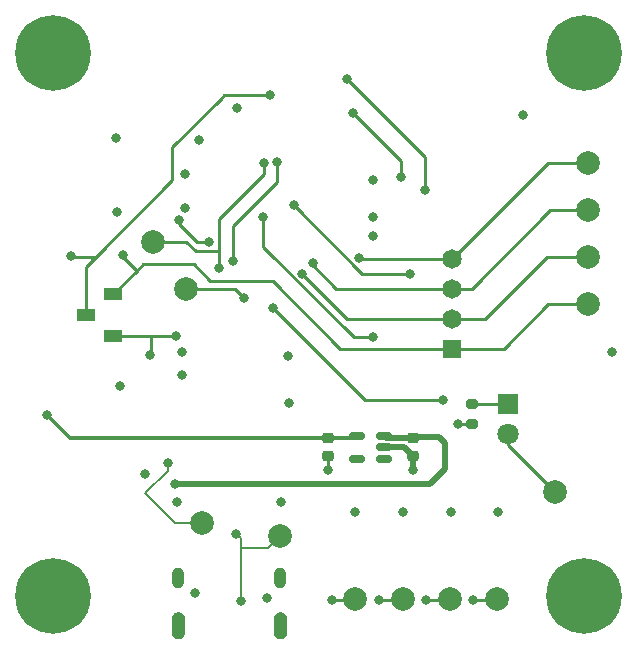
<source format=gbr>
%TF.GenerationSoftware,KiCad,Pcbnew,7.0.1*%
%TF.CreationDate,2023-07-17T15:28:08+02:00*%
%TF.ProjectId,Had_Konzole,4861645f-4b6f-46e7-9a6f-6c652e6b6963,rev?*%
%TF.SameCoordinates,Original*%
%TF.FileFunction,Copper,L4,Bot*%
%TF.FilePolarity,Positive*%
%FSLAX46Y46*%
G04 Gerber Fmt 4.6, Leading zero omitted, Abs format (unit mm)*
G04 Created by KiCad (PCBNEW 7.0.1) date 2023-07-17 15:28:08*
%MOMM*%
%LPD*%
G01*
G04 APERTURE LIST*
G04 Aperture macros list*
%AMRoundRect*
0 Rectangle with rounded corners*
0 $1 Rounding radius*
0 $2 $3 $4 $5 $6 $7 $8 $9 X,Y pos of 4 corners*
0 Add a 4 corners polygon primitive as box body*
4,1,4,$2,$3,$4,$5,$6,$7,$8,$9,$2,$3,0*
0 Add four circle primitives for the rounded corners*
1,1,$1+$1,$2,$3*
1,1,$1+$1,$4,$5*
1,1,$1+$1,$6,$7*
1,1,$1+$1,$8,$9*
0 Add four rect primitives between the rounded corners*
20,1,$1+$1,$2,$3,$4,$5,0*
20,1,$1+$1,$4,$5,$6,$7,0*
20,1,$1+$1,$6,$7,$8,$9,0*
20,1,$1+$1,$8,$9,$2,$3,0*%
G04 Aperture macros list end*
%TA.AperFunction,EtchedComponent*%
%ADD10C,0.010000*%
%TD*%
%TA.AperFunction,ComponentPad*%
%ADD11C,6.400000*%
%TD*%
%TA.AperFunction,ComponentPad*%
%ADD12C,1.000000*%
%TD*%
%TA.AperFunction,ComponentPad*%
%ADD13O,1.000000X1.800000*%
%TD*%
%TA.AperFunction,ComponentPad*%
%ADD14R,1.650000X1.650000*%
%TD*%
%TA.AperFunction,ComponentPad*%
%ADD15C,1.650000*%
%TD*%
%TA.AperFunction,SMDPad,CuDef*%
%ADD16C,2.000000*%
%TD*%
%TA.AperFunction,SMDPad,CuDef*%
%ADD17RoundRect,0.225000X-0.250000X0.225000X-0.250000X-0.225000X0.250000X-0.225000X0.250000X0.225000X0*%
%TD*%
%TA.AperFunction,ComponentPad*%
%ADD18R,1.800000X1.800000*%
%TD*%
%TA.AperFunction,ComponentPad*%
%ADD19C,1.800000*%
%TD*%
%TA.AperFunction,SMDPad,CuDef*%
%ADD20RoundRect,0.200000X-0.275000X0.200000X-0.275000X-0.200000X0.275000X-0.200000X0.275000X0.200000X0*%
%TD*%
%TA.AperFunction,SMDPad,CuDef*%
%ADD21RoundRect,0.150000X0.512500X0.150000X-0.512500X0.150000X-0.512500X-0.150000X0.512500X-0.150000X0*%
%TD*%
%TA.AperFunction,SMDPad,CuDef*%
%ADD22R,1.600000X1.000000*%
%TD*%
%TA.AperFunction,ViaPad*%
%ADD23C,0.800000*%
%TD*%
%TA.AperFunction,Conductor*%
%ADD24C,0.500000*%
%TD*%
%TA.AperFunction,Conductor*%
%ADD25C,0.250000*%
%TD*%
%TA.AperFunction,Conductor*%
%ADD26C,0.300000*%
%TD*%
%TA.AperFunction,Conductor*%
%ADD27C,0.200000*%
%TD*%
G04 APERTURE END LIST*
%TO.C,J4*%
D10*
X111206000Y-110176000D02*
X111232000Y-110178000D01*
X111258000Y-110181000D01*
X111284000Y-110186000D01*
X111309000Y-110192000D01*
X111335000Y-110199000D01*
X111359000Y-110208000D01*
X111383000Y-110218000D01*
X111407000Y-110229000D01*
X111430000Y-110242000D01*
X111452000Y-110256000D01*
X111474000Y-110270000D01*
X111495000Y-110286000D01*
X111515000Y-110303000D01*
X111534000Y-110321000D01*
X111552000Y-110340000D01*
X111569000Y-110360000D01*
X111585000Y-110381000D01*
X111599000Y-110403000D01*
X111613000Y-110425000D01*
X111626000Y-110448000D01*
X111637000Y-110472000D01*
X111647000Y-110496000D01*
X111656000Y-110520000D01*
X111663000Y-110546000D01*
X111669000Y-110571000D01*
X111674000Y-110597000D01*
X111677000Y-110623000D01*
X111679000Y-110649000D01*
X111680000Y-110675000D01*
X111680000Y-111875000D01*
X111679000Y-111901000D01*
X111677000Y-111927000D01*
X111674000Y-111953000D01*
X111669000Y-111979000D01*
X111663000Y-112004000D01*
X111656000Y-112030000D01*
X111647000Y-112054000D01*
X111637000Y-112078000D01*
X111626000Y-112102000D01*
X111613000Y-112125000D01*
X111599000Y-112147000D01*
X111585000Y-112169000D01*
X111569000Y-112190000D01*
X111552000Y-112210000D01*
X111534000Y-112229000D01*
X111515000Y-112247000D01*
X111495000Y-112264000D01*
X111474000Y-112280000D01*
X111452000Y-112294000D01*
X111430000Y-112308000D01*
X111407000Y-112321000D01*
X111383000Y-112332000D01*
X111359000Y-112342000D01*
X111335000Y-112351000D01*
X111309000Y-112358000D01*
X111284000Y-112364000D01*
X111258000Y-112369000D01*
X111232000Y-112372000D01*
X111206000Y-112374000D01*
X111180000Y-112375000D01*
X111154000Y-112374000D01*
X111128000Y-112372000D01*
X111102000Y-112369000D01*
X111076000Y-112364000D01*
X111051000Y-112358000D01*
X111025000Y-112351000D01*
X111001000Y-112342000D01*
X110977000Y-112332000D01*
X110953000Y-112321000D01*
X110930000Y-112308000D01*
X110908000Y-112294000D01*
X110886000Y-112280000D01*
X110865000Y-112264000D01*
X110845000Y-112247000D01*
X110826000Y-112229000D01*
X110808000Y-112210000D01*
X110791000Y-112190000D01*
X110775000Y-112169000D01*
X110761000Y-112147000D01*
X110747000Y-112125000D01*
X110734000Y-112102000D01*
X110723000Y-112078000D01*
X110713000Y-112054000D01*
X110704000Y-112030000D01*
X110697000Y-112004000D01*
X110691000Y-111979000D01*
X110686000Y-111953000D01*
X110683000Y-111927000D01*
X110681000Y-111901000D01*
X110680000Y-111875000D01*
X110680000Y-110675000D01*
X110681000Y-110649000D01*
X110683000Y-110623000D01*
X110686000Y-110597000D01*
X110691000Y-110571000D01*
X110697000Y-110546000D01*
X110704000Y-110520000D01*
X110713000Y-110496000D01*
X110723000Y-110472000D01*
X110734000Y-110448000D01*
X110747000Y-110425000D01*
X110761000Y-110403000D01*
X110775000Y-110381000D01*
X110791000Y-110360000D01*
X110808000Y-110340000D01*
X110826000Y-110321000D01*
X110845000Y-110303000D01*
X110865000Y-110286000D01*
X110886000Y-110270000D01*
X110908000Y-110256000D01*
X110930000Y-110242000D01*
X110953000Y-110229000D01*
X110977000Y-110218000D01*
X111001000Y-110208000D01*
X111025000Y-110199000D01*
X111051000Y-110192000D01*
X111076000Y-110186000D01*
X111102000Y-110181000D01*
X111128000Y-110178000D01*
X111154000Y-110176000D01*
X111180000Y-110175000D01*
X111206000Y-110176000D01*
%TA.AperFunction,EtchedComponent*%
G36*
X111206000Y-110176000D02*
G01*
X111232000Y-110178000D01*
X111258000Y-110181000D01*
X111284000Y-110186000D01*
X111309000Y-110192000D01*
X111335000Y-110199000D01*
X111359000Y-110208000D01*
X111383000Y-110218000D01*
X111407000Y-110229000D01*
X111430000Y-110242000D01*
X111452000Y-110256000D01*
X111474000Y-110270000D01*
X111495000Y-110286000D01*
X111515000Y-110303000D01*
X111534000Y-110321000D01*
X111552000Y-110340000D01*
X111569000Y-110360000D01*
X111585000Y-110381000D01*
X111599000Y-110403000D01*
X111613000Y-110425000D01*
X111626000Y-110448000D01*
X111637000Y-110472000D01*
X111647000Y-110496000D01*
X111656000Y-110520000D01*
X111663000Y-110546000D01*
X111669000Y-110571000D01*
X111674000Y-110597000D01*
X111677000Y-110623000D01*
X111679000Y-110649000D01*
X111680000Y-110675000D01*
X111680000Y-111875000D01*
X111679000Y-111901000D01*
X111677000Y-111927000D01*
X111674000Y-111953000D01*
X111669000Y-111979000D01*
X111663000Y-112004000D01*
X111656000Y-112030000D01*
X111647000Y-112054000D01*
X111637000Y-112078000D01*
X111626000Y-112102000D01*
X111613000Y-112125000D01*
X111599000Y-112147000D01*
X111585000Y-112169000D01*
X111569000Y-112190000D01*
X111552000Y-112210000D01*
X111534000Y-112229000D01*
X111515000Y-112247000D01*
X111495000Y-112264000D01*
X111474000Y-112280000D01*
X111452000Y-112294000D01*
X111430000Y-112308000D01*
X111407000Y-112321000D01*
X111383000Y-112332000D01*
X111359000Y-112342000D01*
X111335000Y-112351000D01*
X111309000Y-112358000D01*
X111284000Y-112364000D01*
X111258000Y-112369000D01*
X111232000Y-112372000D01*
X111206000Y-112374000D01*
X111180000Y-112375000D01*
X111154000Y-112374000D01*
X111128000Y-112372000D01*
X111102000Y-112369000D01*
X111076000Y-112364000D01*
X111051000Y-112358000D01*
X111025000Y-112351000D01*
X111001000Y-112342000D01*
X110977000Y-112332000D01*
X110953000Y-112321000D01*
X110930000Y-112308000D01*
X110908000Y-112294000D01*
X110886000Y-112280000D01*
X110865000Y-112264000D01*
X110845000Y-112247000D01*
X110826000Y-112229000D01*
X110808000Y-112210000D01*
X110791000Y-112190000D01*
X110775000Y-112169000D01*
X110761000Y-112147000D01*
X110747000Y-112125000D01*
X110734000Y-112102000D01*
X110723000Y-112078000D01*
X110713000Y-112054000D01*
X110704000Y-112030000D01*
X110697000Y-112004000D01*
X110691000Y-111979000D01*
X110686000Y-111953000D01*
X110683000Y-111927000D01*
X110681000Y-111901000D01*
X110680000Y-111875000D01*
X110680000Y-110675000D01*
X110681000Y-110649000D01*
X110683000Y-110623000D01*
X110686000Y-110597000D01*
X110691000Y-110571000D01*
X110697000Y-110546000D01*
X110704000Y-110520000D01*
X110713000Y-110496000D01*
X110723000Y-110472000D01*
X110734000Y-110448000D01*
X110747000Y-110425000D01*
X110761000Y-110403000D01*
X110775000Y-110381000D01*
X110791000Y-110360000D01*
X110808000Y-110340000D01*
X110826000Y-110321000D01*
X110845000Y-110303000D01*
X110865000Y-110286000D01*
X110886000Y-110270000D01*
X110908000Y-110256000D01*
X110930000Y-110242000D01*
X110953000Y-110229000D01*
X110977000Y-110218000D01*
X111001000Y-110208000D01*
X111025000Y-110199000D01*
X111051000Y-110192000D01*
X111076000Y-110186000D01*
X111102000Y-110181000D01*
X111128000Y-110178000D01*
X111154000Y-110176000D01*
X111180000Y-110175000D01*
X111206000Y-110176000D01*
G37*
%TD.AperFunction*%
X119846000Y-110176000D02*
X119872000Y-110178000D01*
X119898000Y-110181000D01*
X119924000Y-110186000D01*
X119949000Y-110192000D01*
X119975000Y-110199000D01*
X119999000Y-110208000D01*
X120023000Y-110218000D01*
X120047000Y-110229000D01*
X120070000Y-110242000D01*
X120092000Y-110256000D01*
X120114000Y-110270000D01*
X120135000Y-110286000D01*
X120155000Y-110303000D01*
X120174000Y-110321000D01*
X120192000Y-110340000D01*
X120209000Y-110360000D01*
X120225000Y-110381000D01*
X120239000Y-110403000D01*
X120253000Y-110425000D01*
X120266000Y-110448000D01*
X120277000Y-110472000D01*
X120287000Y-110496000D01*
X120296000Y-110520000D01*
X120303000Y-110546000D01*
X120309000Y-110571000D01*
X120314000Y-110597000D01*
X120317000Y-110623000D01*
X120319000Y-110649000D01*
X120320000Y-110675000D01*
X120320000Y-111875000D01*
X120319000Y-111901000D01*
X120317000Y-111927000D01*
X120314000Y-111953000D01*
X120309000Y-111979000D01*
X120303000Y-112004000D01*
X120296000Y-112030000D01*
X120287000Y-112054000D01*
X120277000Y-112078000D01*
X120266000Y-112102000D01*
X120253000Y-112125000D01*
X120239000Y-112147000D01*
X120225000Y-112169000D01*
X120209000Y-112190000D01*
X120192000Y-112210000D01*
X120174000Y-112229000D01*
X120155000Y-112247000D01*
X120135000Y-112264000D01*
X120114000Y-112280000D01*
X120092000Y-112294000D01*
X120070000Y-112308000D01*
X120047000Y-112321000D01*
X120023000Y-112332000D01*
X119999000Y-112342000D01*
X119975000Y-112351000D01*
X119949000Y-112358000D01*
X119924000Y-112364000D01*
X119898000Y-112369000D01*
X119872000Y-112372000D01*
X119846000Y-112374000D01*
X119820000Y-112375000D01*
X119794000Y-112374000D01*
X119768000Y-112372000D01*
X119742000Y-112369000D01*
X119716000Y-112364000D01*
X119691000Y-112358000D01*
X119665000Y-112351000D01*
X119641000Y-112342000D01*
X119617000Y-112332000D01*
X119593000Y-112321000D01*
X119570000Y-112308000D01*
X119548000Y-112294000D01*
X119526000Y-112280000D01*
X119505000Y-112264000D01*
X119485000Y-112247000D01*
X119466000Y-112229000D01*
X119448000Y-112210000D01*
X119431000Y-112190000D01*
X119415000Y-112169000D01*
X119401000Y-112147000D01*
X119387000Y-112125000D01*
X119374000Y-112102000D01*
X119363000Y-112078000D01*
X119353000Y-112054000D01*
X119344000Y-112030000D01*
X119337000Y-112004000D01*
X119331000Y-111979000D01*
X119326000Y-111953000D01*
X119323000Y-111927000D01*
X119321000Y-111901000D01*
X119320000Y-111875000D01*
X119320000Y-110675000D01*
X119321000Y-110649000D01*
X119323000Y-110623000D01*
X119326000Y-110597000D01*
X119331000Y-110571000D01*
X119337000Y-110546000D01*
X119344000Y-110520000D01*
X119353000Y-110496000D01*
X119363000Y-110472000D01*
X119374000Y-110448000D01*
X119387000Y-110425000D01*
X119401000Y-110403000D01*
X119415000Y-110381000D01*
X119431000Y-110360000D01*
X119448000Y-110340000D01*
X119466000Y-110321000D01*
X119485000Y-110303000D01*
X119505000Y-110286000D01*
X119526000Y-110270000D01*
X119548000Y-110256000D01*
X119570000Y-110242000D01*
X119593000Y-110229000D01*
X119617000Y-110218000D01*
X119641000Y-110208000D01*
X119665000Y-110199000D01*
X119691000Y-110192000D01*
X119716000Y-110186000D01*
X119742000Y-110181000D01*
X119768000Y-110178000D01*
X119794000Y-110176000D01*
X119820000Y-110175000D01*
X119846000Y-110176000D01*
%TA.AperFunction,EtchedComponent*%
G36*
X119846000Y-110176000D02*
G01*
X119872000Y-110178000D01*
X119898000Y-110181000D01*
X119924000Y-110186000D01*
X119949000Y-110192000D01*
X119975000Y-110199000D01*
X119999000Y-110208000D01*
X120023000Y-110218000D01*
X120047000Y-110229000D01*
X120070000Y-110242000D01*
X120092000Y-110256000D01*
X120114000Y-110270000D01*
X120135000Y-110286000D01*
X120155000Y-110303000D01*
X120174000Y-110321000D01*
X120192000Y-110340000D01*
X120209000Y-110360000D01*
X120225000Y-110381000D01*
X120239000Y-110403000D01*
X120253000Y-110425000D01*
X120266000Y-110448000D01*
X120277000Y-110472000D01*
X120287000Y-110496000D01*
X120296000Y-110520000D01*
X120303000Y-110546000D01*
X120309000Y-110571000D01*
X120314000Y-110597000D01*
X120317000Y-110623000D01*
X120319000Y-110649000D01*
X120320000Y-110675000D01*
X120320000Y-111875000D01*
X120319000Y-111901000D01*
X120317000Y-111927000D01*
X120314000Y-111953000D01*
X120309000Y-111979000D01*
X120303000Y-112004000D01*
X120296000Y-112030000D01*
X120287000Y-112054000D01*
X120277000Y-112078000D01*
X120266000Y-112102000D01*
X120253000Y-112125000D01*
X120239000Y-112147000D01*
X120225000Y-112169000D01*
X120209000Y-112190000D01*
X120192000Y-112210000D01*
X120174000Y-112229000D01*
X120155000Y-112247000D01*
X120135000Y-112264000D01*
X120114000Y-112280000D01*
X120092000Y-112294000D01*
X120070000Y-112308000D01*
X120047000Y-112321000D01*
X120023000Y-112332000D01*
X119999000Y-112342000D01*
X119975000Y-112351000D01*
X119949000Y-112358000D01*
X119924000Y-112364000D01*
X119898000Y-112369000D01*
X119872000Y-112372000D01*
X119846000Y-112374000D01*
X119820000Y-112375000D01*
X119794000Y-112374000D01*
X119768000Y-112372000D01*
X119742000Y-112369000D01*
X119716000Y-112364000D01*
X119691000Y-112358000D01*
X119665000Y-112351000D01*
X119641000Y-112342000D01*
X119617000Y-112332000D01*
X119593000Y-112321000D01*
X119570000Y-112308000D01*
X119548000Y-112294000D01*
X119526000Y-112280000D01*
X119505000Y-112264000D01*
X119485000Y-112247000D01*
X119466000Y-112229000D01*
X119448000Y-112210000D01*
X119431000Y-112190000D01*
X119415000Y-112169000D01*
X119401000Y-112147000D01*
X119387000Y-112125000D01*
X119374000Y-112102000D01*
X119363000Y-112078000D01*
X119353000Y-112054000D01*
X119344000Y-112030000D01*
X119337000Y-112004000D01*
X119331000Y-111979000D01*
X119326000Y-111953000D01*
X119323000Y-111927000D01*
X119321000Y-111901000D01*
X119320000Y-111875000D01*
X119320000Y-110675000D01*
X119321000Y-110649000D01*
X119323000Y-110623000D01*
X119326000Y-110597000D01*
X119331000Y-110571000D01*
X119337000Y-110546000D01*
X119344000Y-110520000D01*
X119353000Y-110496000D01*
X119363000Y-110472000D01*
X119374000Y-110448000D01*
X119387000Y-110425000D01*
X119401000Y-110403000D01*
X119415000Y-110381000D01*
X119431000Y-110360000D01*
X119448000Y-110340000D01*
X119466000Y-110321000D01*
X119485000Y-110303000D01*
X119505000Y-110286000D01*
X119526000Y-110270000D01*
X119548000Y-110256000D01*
X119570000Y-110242000D01*
X119593000Y-110229000D01*
X119617000Y-110218000D01*
X119641000Y-110208000D01*
X119665000Y-110199000D01*
X119691000Y-110192000D01*
X119716000Y-110186000D01*
X119742000Y-110181000D01*
X119768000Y-110178000D01*
X119794000Y-110176000D01*
X119820000Y-110175000D01*
X119846000Y-110176000D01*
G37*
%TD.AperFunction*%
%TD*%
D11*
%TO.P,H4,1,1*%
%TO.N,GND*%
X145600000Y-108800000D03*
%TD*%
%TO.P,H1,1,1*%
%TO.N,GND*%
X100600000Y-62800000D03*
%TD*%
%TO.P,H2,1,1*%
%TO.N,GND*%
X145600000Y-62800000D03*
%TD*%
D12*
%TO.P,J4,S1,SHIELD*%
%TO.N,unconnected-(J4-SHIELD-PadS1)*%
X111180000Y-111275000D03*
%TO.P,J4,S2,SHIELD*%
X119820000Y-111275000D03*
D13*
%TO.P,J4,S3,SHIELD*%
X111180000Y-107275000D03*
%TO.P,J4,S4,SHIELD*%
X119820000Y-107275000D03*
%TD*%
D11*
%TO.P,H3,1,1*%
%TO.N,GND*%
X100600000Y-108800000D03*
%TD*%
D14*
%TO.P,J2,1,Pin_1*%
%TO.N,Reset*%
X134400000Y-87840000D03*
D15*
%TO.P,J2,2,Pin_2*%
%TO.N,MOSI*%
X134400000Y-85300000D03*
%TO.P,J2,3,Pin_3*%
%TO.N,MISO*%
X134400000Y-82760000D03*
%TO.P,J2,4,Pin_4*%
%TO.N,SCK*%
X134400000Y-80220000D03*
%TD*%
D16*
%TO.P,TP2,1,1*%
%TO.N,MISO*%
X145900000Y-76100000D03*
%TD*%
%TO.P,TP1,1,1*%
%TO.N,SCK*%
X145900000Y-72100000D03*
%TD*%
D17*
%TO.P,C2,1*%
%TO.N,3.3 Out*%
X123900000Y-95425000D03*
%TO.P,C2,2*%
%TO.N,GND*%
X123900000Y-96975000D03*
%TD*%
D16*
%TO.P,TP6,1,1*%
%TO.N,RX*%
X109100000Y-78800000D03*
%TD*%
%TO.P,TP5,1,1*%
%TO.N,TX*%
X111900000Y-82800000D03*
%TD*%
%TO.P,TP3,1,1*%
%TO.N,MOSI*%
X145900000Y-80100000D03*
%TD*%
%TO.P,TP8,1,1*%
%TO.N,USB_Conn_D+*%
X113200000Y-102600000D03*
%TD*%
%TO.P,TP9,1,1*%
%TO.N,+3V3*%
X143100000Y-100000000D03*
%TD*%
D18*
%TO.P,D1,1,K*%
%TO.N,Net-(D1-K)*%
X139125000Y-92525000D03*
D19*
%TO.P,D1,2,A*%
%TO.N,+3V3*%
X139125000Y-95065000D03*
%TD*%
D20*
%TO.P,R1,1*%
%TO.N,Net-(D1-K)*%
X136100000Y-92575000D03*
%TO.P,R1,2*%
%TO.N,GND*%
X136100000Y-94225000D03*
%TD*%
D16*
%TO.P,TP4,1,1*%
%TO.N,Reset*%
X145900000Y-84100000D03*
%TD*%
D21*
%TO.P,U4,1,VIN*%
%TO.N,+5V*%
X128600000Y-95250000D03*
%TO.P,U4,2,GND*%
%TO.N,GND*%
X128600000Y-96200000D03*
%TO.P,U4,3,EN*%
%TO.N,unconnected-(U4-EN-Pad3)*%
X128600000Y-97150000D03*
%TO.P,U4,4,NC*%
%TO.N,unconnected-(U4-NC-Pad4)*%
X126325000Y-97150000D03*
%TO.P,U4,5,VOUT*%
%TO.N,3.3 Out*%
X126325000Y-95250000D03*
%TD*%
D16*
%TO.P,J7,1,Pin_1*%
%TO.N,+3V3*%
X126200000Y-109075000D03*
%TD*%
%TO.P,J6,1,Pin_1*%
%TO.N,+3V3*%
X130200000Y-109075000D03*
%TD*%
%TO.P,TP7,1,1*%
%TO.N,USB_Conn_D-*%
X119800000Y-103700000D03*
%TD*%
D22*
%TO.P,SW6,1,A*%
%TO.N,Reset*%
X105700000Y-83250000D03*
%TO.P,SW6,2,B*%
%TO.N,RST_PROG*%
X103400000Y-85000000D03*
%TO.P,SW6,3,C*%
%TO.N,DTR*%
X105700000Y-86750000D03*
%TD*%
D17*
%TO.P,C1,1*%
%TO.N,+5V*%
X131100000Y-95425000D03*
%TO.P,C1,2*%
%TO.N,GND*%
X131100000Y-96975000D03*
%TD*%
D16*
%TO.P,J9,1,Pin_1*%
%TO.N,+3V3*%
X134200000Y-109075000D03*
%TD*%
%TO.P,J11,1,Pin_1*%
%TO.N,+3V3*%
X138200000Y-109075000D03*
%TD*%
D23*
%TO.N,GND*%
X118750000Y-109000000D03*
X127700000Y-78350000D03*
X130250000Y-101700000D03*
X108350000Y-98500000D03*
X105900000Y-70000000D03*
X127700000Y-73550000D03*
X138250000Y-101700000D03*
X112600000Y-108500000D03*
X134300000Y-101700000D03*
X134850000Y-94250000D03*
X106000000Y-76250000D03*
X113000000Y-70200000D03*
X111500000Y-90050000D03*
X119900000Y-100800000D03*
X126150000Y-101700000D03*
X120500000Y-88500000D03*
X111100000Y-100800000D03*
X123900000Y-98150000D03*
X147950000Y-88150000D03*
X131100000Y-98150000D03*
%TO.N,3.3 Out*%
X100100000Y-93500000D03*
%TO.N,+3V3*%
X111750000Y-75950000D03*
X111800000Y-73050000D03*
X132200000Y-109100000D03*
X128200000Y-109100000D03*
X124200000Y-109100000D03*
X136200000Y-109150000D03*
X127700000Y-76700000D03*
X116150000Y-67500000D03*
X140400000Y-68100000D03*
X111550000Y-88100000D03*
X106250000Y-91000000D03*
X120600000Y-92450000D03*
%TO.N,+5V*%
X110900000Y-99300000D03*
%TO.N,SCK*%
X126500000Y-80200000D03*
%TO.N,MISO*%
X122600000Y-80600000D03*
%TO.N,MOSI*%
X121700000Y-81500000D03*
%TO.N,DTR*%
X108800000Y-88400000D03*
X111000000Y-86800000D03*
%TO.N,RST*%
X125500000Y-65000000D03*
X132100000Y-74400000D03*
%TO.N,DC*%
X130100000Y-73300000D03*
X126000000Y-67900000D03*
%TO.N,HSE_OUT*%
X111300000Y-76975500D03*
X113800000Y-78800000D03*
%TO.N,Button_Up*%
X120992893Y-75700000D03*
X130800000Y-81500000D03*
%TO.N,Button_Left*%
X133600000Y-92200000D03*
X119200000Y-84400000D03*
%TO.N,Button_Down*%
X127700000Y-86900000D03*
X118400000Y-76700000D03*
%TO.N,TX*%
X119550000Y-72050000D03*
X116800000Y-83600000D03*
X115800000Y-80400000D03*
%TO.N,RX*%
X114650000Y-81050000D03*
X118450000Y-72100000D03*
%TO.N,USB_Conn_D+*%
X110300000Y-97500000D03*
%TO.N,USB_Conn_D-*%
X116500000Y-109200000D03*
X116100000Y-103500000D03*
%TO.N,Reset*%
X106500000Y-79900000D03*
%TO.N,RST_PROG*%
X102100000Y-80000000D03*
X119000000Y-66400000D03*
%TD*%
D24*
%TO.N,GND*%
X131100000Y-96975000D02*
X130325000Y-96200000D01*
D25*
X136100000Y-94225000D02*
X134875000Y-94225000D01*
X123900000Y-96975000D02*
X123900000Y-98150000D01*
X134875000Y-94225000D02*
X134850000Y-94250000D01*
D24*
X130325000Y-96200000D02*
X128600000Y-96200000D01*
X131100000Y-96975000D02*
X131100000Y-98150000D01*
D26*
%TO.N,3.3 Out*%
X123900000Y-95425000D02*
X102025000Y-95425000D01*
X126150000Y-95425000D02*
X126325000Y-95250000D01*
X102025000Y-95425000D02*
X100100000Y-93500000D01*
X123900000Y-95425000D02*
X126150000Y-95425000D01*
D25*
%TO.N,+3V3*%
X126175000Y-109100000D02*
X126200000Y-109075000D01*
X128200000Y-109100000D02*
X130175000Y-109100000D01*
X139125000Y-96025000D02*
X139125000Y-95065000D01*
X136200000Y-109150000D02*
X138125000Y-109150000D01*
X132200000Y-109100000D02*
X134175000Y-109100000D01*
X138125000Y-109150000D02*
X138200000Y-109075000D01*
X143100000Y-100000000D02*
X139125000Y-96025000D01*
X134175000Y-109100000D02*
X134200000Y-109075000D01*
X124200000Y-109100000D02*
X126175000Y-109100000D01*
X130175000Y-109100000D02*
X130200000Y-109075000D01*
D24*
%TO.N,+5V*%
X133800000Y-95800000D02*
X133300000Y-95300000D01*
X110900000Y-99300000D02*
X132500000Y-99300000D01*
X133800000Y-98000000D02*
X133800000Y-95800000D01*
X131225000Y-95300000D02*
X131100000Y-95425000D01*
X131100000Y-95425000D02*
X128775000Y-95425000D01*
X132500000Y-99300000D02*
X133800000Y-98000000D01*
X128775000Y-95425000D02*
X128600000Y-95250000D01*
X133300000Y-95300000D02*
X131225000Y-95300000D01*
D25*
%TO.N,Net-(D1-K)*%
X136100000Y-92575000D02*
X136150000Y-92525000D01*
X136150000Y-92525000D02*
X139125000Y-92525000D01*
%TO.N,SCK*%
X126520000Y-80220000D02*
X126500000Y-80200000D01*
X142520000Y-72100000D02*
X145900000Y-72100000D01*
X131000000Y-80220000D02*
X126520000Y-80220000D01*
X134400000Y-80220000D02*
X131000000Y-80220000D01*
X134400000Y-80220000D02*
X142520000Y-72100000D01*
%TO.N,MISO*%
X136040000Y-82760000D02*
X142700000Y-76100000D01*
X142700000Y-76100000D02*
X145900000Y-76100000D01*
X122600000Y-80800000D02*
X124560000Y-82760000D01*
X124560000Y-82760000D02*
X134400000Y-82760000D01*
X122600000Y-80600000D02*
X122600000Y-80800000D01*
X134400000Y-82760000D02*
X136040000Y-82760000D01*
%TO.N,MOSI*%
X134400000Y-85300000D02*
X125500000Y-85300000D01*
X125500000Y-85300000D02*
X121700000Y-81500000D01*
X142400000Y-80100000D02*
X145900000Y-80100000D01*
X137200000Y-85300000D02*
X142400000Y-80100000D01*
X134400000Y-85300000D02*
X137200000Y-85300000D01*
%TO.N,DTR*%
X108900000Y-88300000D02*
X108800000Y-88400000D01*
X108900000Y-86750000D02*
X108900000Y-88300000D01*
X108900000Y-86750000D02*
X110950000Y-86750000D01*
X110950000Y-86750000D02*
X111000000Y-86800000D01*
X105700000Y-86750000D02*
X108900000Y-86750000D01*
%TO.N,RST*%
X132100000Y-74400000D02*
X132100000Y-71600000D01*
X132100000Y-71600000D02*
X125500000Y-65000000D01*
%TO.N,DC*%
X130100000Y-73300000D02*
X130100000Y-72000000D01*
X130100000Y-72000000D02*
X126000000Y-67900000D01*
%TO.N,HSE_OUT*%
X111300000Y-76975500D02*
X111300000Y-77300000D01*
X112800000Y-78800000D02*
X113800000Y-78800000D01*
X111300000Y-77300000D02*
X112800000Y-78800000D01*
%TO.N,Button_Up*%
X126774695Y-81500000D02*
X130800000Y-81500000D01*
X120992893Y-75718198D02*
X126774695Y-81500000D01*
X120992893Y-75700000D02*
X120992893Y-75718198D01*
%TO.N,Button_Left*%
X133600000Y-92200000D02*
X127000000Y-92200000D01*
X127000000Y-92200000D02*
X119200000Y-84400000D01*
%TO.N,Button_Down*%
X126074695Y-86900000D02*
X127700000Y-86900000D01*
X118400000Y-76700000D02*
X118400000Y-79225305D01*
X118400000Y-79225305D02*
X126074695Y-86900000D01*
%TO.N,TX*%
X116000000Y-82800000D02*
X111900000Y-82800000D01*
X117750000Y-75500000D02*
X119550000Y-73700000D01*
X116800000Y-83600000D02*
X116000000Y-82800000D01*
X115800000Y-77450000D02*
X117750000Y-75500000D01*
X119550000Y-73700000D02*
X119550000Y-72050000D01*
X115800000Y-80400000D02*
X115800000Y-77450000D01*
%TO.N,RX*%
X114650000Y-81050000D02*
X114650000Y-79600000D01*
X118450000Y-73100000D02*
X118450000Y-72100000D01*
X114650000Y-79600000D02*
X112700000Y-79600000D01*
X114650000Y-76900000D02*
X118450000Y-73100000D01*
X112700000Y-79600000D02*
X111900000Y-78800000D01*
X114650000Y-79600000D02*
X114650000Y-76900000D01*
X111900000Y-78800000D02*
X109100000Y-78800000D01*
D27*
%TO.N,USB_Conn_D+*%
X108400000Y-100100000D02*
X110900000Y-102600000D01*
X110900000Y-102600000D02*
X113200000Y-102600000D01*
X110300000Y-97500000D02*
X110300000Y-98200000D01*
X110300000Y-98200000D02*
X108400000Y-100100000D01*
%TO.N,USB_Conn_D-*%
X118800000Y-104700000D02*
X119800000Y-103700000D01*
X116500000Y-104700000D02*
X118800000Y-104700000D01*
X116500000Y-103900000D02*
X116100000Y-103500000D01*
X116500000Y-109200000D02*
X116500000Y-104700000D01*
X116500000Y-104700000D02*
X116500000Y-103900000D01*
D25*
%TO.N,Reset*%
X113900000Y-82100000D02*
X119200000Y-82100000D01*
X142500000Y-84100000D02*
X145900000Y-84100000D01*
X124940000Y-87840000D02*
X134400000Y-87840000D01*
X134400000Y-87840000D02*
X138760000Y-87840000D01*
X107675000Y-81275000D02*
X108250000Y-80700000D01*
X119200000Y-82100000D02*
X124940000Y-87840000D01*
X105700000Y-83250000D02*
X107675000Y-81275000D01*
X107675000Y-81275000D02*
X106500000Y-80100000D01*
X108250000Y-80700000D02*
X112500000Y-80700000D01*
X138760000Y-87840000D02*
X142500000Y-84100000D01*
X112500000Y-80700000D02*
X113900000Y-82100000D01*
X106500000Y-80100000D02*
X106500000Y-79900000D01*
%TO.N,RST_PROG*%
X114800000Y-66700000D02*
X115100000Y-66400000D01*
X103900000Y-80050000D02*
X102150000Y-80050000D01*
X103950000Y-80350000D02*
X104250000Y-80050000D01*
X103400000Y-85000000D02*
X103400000Y-80900000D01*
X104250000Y-80050000D02*
X103900000Y-80050000D01*
X110700000Y-70800000D02*
X114800000Y-66700000D01*
X103900000Y-80300000D02*
X103900000Y-80050000D01*
X115100000Y-66400000D02*
X119000000Y-66400000D01*
X102150000Y-80050000D02*
X102100000Y-80000000D01*
X103950000Y-80350000D02*
X103900000Y-80300000D01*
X110700000Y-73600000D02*
X110700000Y-70800000D01*
X104250000Y-80050000D02*
X110700000Y-73600000D01*
X103400000Y-80900000D02*
X103950000Y-80350000D01*
%TD*%
M02*

</source>
